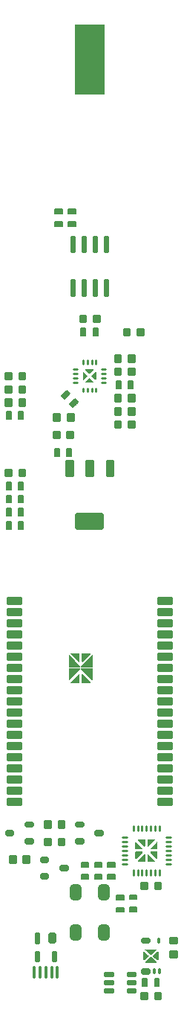
<source format=gbr>
G04 EAGLE Gerber RS-274X export*
G75*
%MOMM*%
%FSLAX34Y34*%
%LPD*%
%INSolderpaste Top*%
%IPPOS*%
%AMOC8*
5,1,8,0,0,1.08239X$1,22.5*%
G01*
%ADD10C,0.164350*%
%ADD11C,0.532541*%
%ADD12C,0.217425*%
%ADD13C,0.225000*%
%ADD14C,0.406547*%
%ADD15C,0.270000*%
%ADD16R,3.500000X8.000000*%
%ADD17C,0.897000*%
%ADD18C,0.233475*%
%ADD19C,0.491275*%
%ADD20C,0.350000*%
%ADD21C,0.330000*%
%ADD22C,0.684134*%
%ADD23C,0.406478*%
%ADD24C,0.476100*%
%ADD25C,0.320000*%
%ADD26R,0.100000X0.100000*%
%ADD27C,0.280000*%
%ADD28C,0.413447*%

G36*
X84507Y373376D02*
X84507Y373376D01*
X84609Y373375D01*
X84620Y373379D01*
X84631Y373379D01*
X84724Y373417D01*
X84820Y373452D01*
X84829Y373460D01*
X84838Y373464D01*
X84871Y373494D01*
X84966Y373570D01*
X96966Y386570D01*
X97007Y386634D01*
X97055Y386694D01*
X97067Y386728D01*
X97087Y386759D01*
X97103Y386834D01*
X97127Y386906D01*
X97126Y386943D01*
X97134Y386978D01*
X97123Y387054D01*
X97121Y387131D01*
X97107Y387164D01*
X97102Y387200D01*
X97065Y387268D01*
X97036Y387338D01*
X97012Y387365D01*
X96994Y387397D01*
X96937Y387448D01*
X96885Y387504D01*
X96853Y387521D01*
X96825Y387545D01*
X96753Y387572D01*
X96685Y387607D01*
X96644Y387613D01*
X96615Y387624D01*
X96569Y387624D01*
X96500Y387634D01*
X84500Y387634D01*
X84435Y387623D01*
X84369Y387621D01*
X84326Y387603D01*
X84279Y387595D01*
X84222Y387561D01*
X84162Y387536D01*
X84127Y387505D01*
X84086Y387480D01*
X84045Y387429D01*
X83996Y387385D01*
X83974Y387343D01*
X83945Y387306D01*
X83924Y387244D01*
X83893Y387185D01*
X83885Y387131D01*
X83873Y387094D01*
X83874Y387054D01*
X83866Y387000D01*
X83866Y374000D01*
X83884Y373900D01*
X83898Y373800D01*
X83904Y373790D01*
X83905Y373779D01*
X83957Y373692D01*
X84006Y373603D01*
X84014Y373595D01*
X84020Y373586D01*
X84098Y373522D01*
X84175Y373455D01*
X84185Y373452D01*
X84194Y373445D01*
X84290Y373412D01*
X84385Y373376D01*
X84396Y373376D01*
X84406Y373373D01*
X84507Y373376D01*
G37*
G36*
X110565Y388377D02*
X110565Y388377D01*
X110631Y388379D01*
X110674Y388397D01*
X110721Y388405D01*
X110778Y388439D01*
X110838Y388464D01*
X110873Y388495D01*
X110914Y388520D01*
X110956Y388571D01*
X111004Y388615D01*
X111026Y388657D01*
X111055Y388694D01*
X111076Y388756D01*
X111107Y388815D01*
X111115Y388869D01*
X111127Y388906D01*
X111126Y388946D01*
X111134Y389000D01*
X111134Y402000D01*
X111116Y402100D01*
X111102Y402200D01*
X111097Y402210D01*
X111095Y402221D01*
X111043Y402308D01*
X110994Y402397D01*
X110986Y402405D01*
X110980Y402414D01*
X110902Y402478D01*
X110825Y402545D01*
X110815Y402549D01*
X110806Y402555D01*
X110710Y402588D01*
X110615Y402624D01*
X110604Y402624D01*
X110594Y402627D01*
X110493Y402624D01*
X110391Y402625D01*
X110380Y402621D01*
X110369Y402621D01*
X110276Y402583D01*
X110180Y402548D01*
X110171Y402540D01*
X110162Y402536D01*
X110129Y402506D01*
X110034Y402430D01*
X98034Y389430D01*
X97993Y389366D01*
X97945Y389306D01*
X97933Y389272D01*
X97913Y389241D01*
X97897Y389166D01*
X97873Y389094D01*
X97874Y389057D01*
X97866Y389022D01*
X97877Y388946D01*
X97879Y388869D01*
X97893Y388836D01*
X97898Y388800D01*
X97935Y388732D01*
X97964Y388662D01*
X97988Y388635D01*
X98006Y388603D01*
X98063Y388552D01*
X98115Y388496D01*
X98147Y388479D01*
X98175Y388455D01*
X98247Y388428D01*
X98315Y388393D01*
X98356Y388387D01*
X98385Y388376D01*
X98431Y388376D01*
X98500Y388366D01*
X110500Y388366D01*
X110565Y388377D01*
G37*
G36*
X110529Y373376D02*
X110529Y373376D01*
X110631Y373379D01*
X110641Y373383D01*
X110652Y373384D01*
X110745Y373426D01*
X110838Y373464D01*
X110847Y373471D01*
X110857Y373476D01*
X110929Y373546D01*
X111004Y373615D01*
X111009Y373625D01*
X111017Y373632D01*
X111060Y373724D01*
X111107Y373815D01*
X111108Y373827D01*
X111113Y373835D01*
X111116Y373880D01*
X111134Y374000D01*
X111134Y387000D01*
X111123Y387065D01*
X111121Y387131D01*
X111103Y387174D01*
X111095Y387221D01*
X111061Y387278D01*
X111036Y387338D01*
X111005Y387373D01*
X110980Y387414D01*
X110929Y387456D01*
X110885Y387504D01*
X110843Y387526D01*
X110806Y387555D01*
X110744Y387576D01*
X110685Y387607D01*
X110631Y387615D01*
X110594Y387627D01*
X110554Y387626D01*
X110500Y387634D01*
X98500Y387634D01*
X98425Y387621D01*
X98348Y387616D01*
X98315Y387601D01*
X98279Y387595D01*
X98213Y387556D01*
X98143Y387525D01*
X98117Y387499D01*
X98086Y387480D01*
X98038Y387421D01*
X97983Y387368D01*
X97968Y387335D01*
X97945Y387306D01*
X97920Y387234D01*
X97887Y387165D01*
X97884Y387128D01*
X97873Y387094D01*
X97875Y387017D01*
X97869Y386941D01*
X97878Y386906D01*
X97879Y386869D01*
X97908Y386799D01*
X97929Y386725D01*
X97952Y386691D01*
X97964Y386662D01*
X97995Y386628D01*
X98034Y386570D01*
X110034Y373570D01*
X110115Y373508D01*
X110194Y373445D01*
X110204Y373441D01*
X110213Y373434D01*
X110310Y373405D01*
X110406Y373373D01*
X110417Y373373D01*
X110428Y373370D01*
X110529Y373376D01*
G37*
G36*
X96575Y388379D02*
X96575Y388379D01*
X96652Y388384D01*
X96685Y388399D01*
X96721Y388405D01*
X96787Y388444D01*
X96857Y388476D01*
X96883Y388501D01*
X96914Y388520D01*
X96962Y388579D01*
X97017Y388632D01*
X97032Y388665D01*
X97055Y388694D01*
X97080Y388766D01*
X97113Y388835D01*
X97116Y388872D01*
X97127Y388906D01*
X97125Y388983D01*
X97132Y389059D01*
X97122Y389094D01*
X97121Y389131D01*
X97092Y389201D01*
X97071Y389275D01*
X97048Y389309D01*
X97036Y389338D01*
X97005Y389372D01*
X96966Y389430D01*
X84966Y402430D01*
X84885Y402492D01*
X84806Y402555D01*
X84796Y402559D01*
X84787Y402566D01*
X84690Y402595D01*
X84594Y402627D01*
X84583Y402627D01*
X84572Y402630D01*
X84471Y402624D01*
X84369Y402621D01*
X84359Y402617D01*
X84348Y402616D01*
X84255Y402574D01*
X84162Y402536D01*
X84153Y402529D01*
X84143Y402525D01*
X84071Y402454D01*
X83996Y402385D01*
X83991Y402375D01*
X83983Y402368D01*
X83940Y402276D01*
X83893Y402185D01*
X83892Y402173D01*
X83887Y402165D01*
X83884Y402120D01*
X83866Y402000D01*
X83866Y389000D01*
X83877Y388935D01*
X83879Y388869D01*
X83897Y388826D01*
X83905Y388779D01*
X83939Y388722D01*
X83964Y388662D01*
X83995Y388627D01*
X84020Y388586D01*
X84071Y388545D01*
X84115Y388496D01*
X84157Y388474D01*
X84194Y388445D01*
X84256Y388424D01*
X84315Y388393D01*
X84369Y388385D01*
X84406Y388373D01*
X84446Y388374D01*
X84500Y388366D01*
X96500Y388366D01*
X96575Y388379D01*
G37*
G36*
X108588Y370382D02*
X108588Y370382D01*
X108676Y370391D01*
X108697Y370401D01*
X108721Y370405D01*
X108798Y370451D01*
X108877Y370490D01*
X108894Y370507D01*
X108914Y370520D01*
X108970Y370589D01*
X109031Y370653D01*
X109040Y370675D01*
X109055Y370694D01*
X109084Y370778D01*
X109119Y370860D01*
X109120Y370884D01*
X109127Y370906D01*
X109125Y370995D01*
X109129Y371084D01*
X109121Y371107D01*
X109121Y371131D01*
X109087Y371213D01*
X109060Y371298D01*
X109044Y371319D01*
X109036Y371338D01*
X109002Y371376D01*
X108948Y371448D01*
X99948Y380448D01*
X99875Y380499D01*
X99806Y380555D01*
X99784Y380563D01*
X99764Y380577D01*
X99678Y380599D01*
X99594Y380627D01*
X99570Y380627D01*
X99547Y380633D01*
X99458Y380623D01*
X99369Y380621D01*
X99347Y380612D01*
X99324Y380609D01*
X99244Y380570D01*
X99162Y380536D01*
X99144Y380520D01*
X99123Y380510D01*
X99062Y380445D01*
X98996Y380385D01*
X98985Y380364D01*
X98969Y380347D01*
X98934Y380265D01*
X98893Y380185D01*
X98890Y380159D01*
X98881Y380140D01*
X98879Y380090D01*
X98866Y380000D01*
X98866Y371000D01*
X98877Y370935D01*
X98879Y370869D01*
X98897Y370826D01*
X98905Y370779D01*
X98939Y370722D01*
X98964Y370662D01*
X98995Y370627D01*
X99020Y370586D01*
X99071Y370545D01*
X99115Y370496D01*
X99157Y370474D01*
X99194Y370445D01*
X99256Y370424D01*
X99315Y370393D01*
X99369Y370385D01*
X99406Y370373D01*
X99446Y370374D01*
X99500Y370366D01*
X108500Y370366D01*
X108588Y370382D01*
G37*
G36*
X95565Y370377D02*
X95565Y370377D01*
X95631Y370379D01*
X95674Y370397D01*
X95721Y370405D01*
X95778Y370439D01*
X95838Y370464D01*
X95873Y370495D01*
X95914Y370520D01*
X95956Y370571D01*
X96004Y370615D01*
X96026Y370657D01*
X96055Y370694D01*
X96076Y370756D01*
X96107Y370815D01*
X96115Y370869D01*
X96127Y370906D01*
X96126Y370946D01*
X96134Y371000D01*
X96134Y380000D01*
X96118Y380088D01*
X96109Y380176D01*
X96099Y380197D01*
X96095Y380221D01*
X96049Y380298D01*
X96010Y380377D01*
X95993Y380394D01*
X95980Y380414D01*
X95911Y380470D01*
X95847Y380531D01*
X95825Y380540D01*
X95806Y380555D01*
X95722Y380584D01*
X95640Y380619D01*
X95616Y380620D01*
X95594Y380627D01*
X95505Y380625D01*
X95416Y380629D01*
X95393Y380621D01*
X95369Y380621D01*
X95287Y380587D01*
X95202Y380560D01*
X95181Y380544D01*
X95162Y380536D01*
X95124Y380502D01*
X95052Y380448D01*
X86052Y371448D01*
X86001Y371375D01*
X85945Y371306D01*
X85937Y371284D01*
X85923Y371264D01*
X85901Y371178D01*
X85873Y371094D01*
X85873Y371070D01*
X85868Y371047D01*
X85877Y370958D01*
X85879Y370869D01*
X85888Y370847D01*
X85891Y370824D01*
X85930Y370744D01*
X85964Y370662D01*
X85980Y370644D01*
X85990Y370623D01*
X86055Y370562D01*
X86115Y370496D01*
X86136Y370485D01*
X86153Y370469D01*
X86235Y370434D01*
X86315Y370393D01*
X86341Y370390D01*
X86360Y370381D01*
X86410Y370379D01*
X86500Y370366D01*
X95500Y370366D01*
X95565Y370377D01*
G37*
G36*
X95542Y394377D02*
X95542Y394377D01*
X95631Y394379D01*
X95653Y394388D01*
X95676Y394391D01*
X95756Y394430D01*
X95838Y394464D01*
X95856Y394480D01*
X95877Y394490D01*
X95938Y394555D01*
X96004Y394615D01*
X96015Y394636D01*
X96031Y394653D01*
X96066Y394735D01*
X96107Y394815D01*
X96110Y394841D01*
X96119Y394860D01*
X96121Y394910D01*
X96134Y395000D01*
X96134Y404000D01*
X96123Y404065D01*
X96121Y404131D01*
X96103Y404174D01*
X96095Y404221D01*
X96061Y404278D01*
X96036Y404338D01*
X96005Y404373D01*
X95980Y404414D01*
X95929Y404456D01*
X95885Y404504D01*
X95843Y404526D01*
X95806Y404555D01*
X95744Y404576D01*
X95685Y404607D01*
X95631Y404615D01*
X95594Y404627D01*
X95554Y404626D01*
X95500Y404634D01*
X86500Y404634D01*
X86412Y404618D01*
X86324Y404609D01*
X86303Y404599D01*
X86279Y404595D01*
X86202Y404549D01*
X86123Y404510D01*
X86106Y404493D01*
X86086Y404480D01*
X86030Y404411D01*
X85969Y404347D01*
X85960Y404325D01*
X85945Y404306D01*
X85916Y404222D01*
X85881Y404140D01*
X85880Y404116D01*
X85873Y404094D01*
X85875Y404005D01*
X85871Y403916D01*
X85879Y403893D01*
X85879Y403869D01*
X85913Y403787D01*
X85940Y403702D01*
X85956Y403681D01*
X85964Y403662D01*
X85998Y403624D01*
X86052Y403552D01*
X95052Y394552D01*
X95125Y394501D01*
X95194Y394445D01*
X95216Y394437D01*
X95236Y394423D01*
X95322Y394401D01*
X95406Y394373D01*
X95430Y394373D01*
X95453Y394368D01*
X95542Y394377D01*
G37*
G36*
X99607Y394379D02*
X99607Y394379D01*
X99631Y394379D01*
X99713Y394413D01*
X99798Y394440D01*
X99819Y394456D01*
X99838Y394464D01*
X99876Y394498D01*
X99948Y394552D01*
X108948Y403552D01*
X108999Y403625D01*
X109055Y403694D01*
X109063Y403716D01*
X109077Y403736D01*
X109099Y403822D01*
X109127Y403906D01*
X109127Y403930D01*
X109133Y403953D01*
X109123Y404042D01*
X109121Y404131D01*
X109112Y404153D01*
X109109Y404176D01*
X109070Y404256D01*
X109036Y404338D01*
X109020Y404356D01*
X109010Y404377D01*
X108945Y404438D01*
X108885Y404504D01*
X108864Y404515D01*
X108847Y404531D01*
X108765Y404566D01*
X108685Y404607D01*
X108659Y404610D01*
X108640Y404619D01*
X108590Y404621D01*
X108500Y404634D01*
X99500Y404634D01*
X99435Y404623D01*
X99369Y404621D01*
X99326Y404603D01*
X99279Y404595D01*
X99222Y404561D01*
X99162Y404536D01*
X99127Y404505D01*
X99086Y404480D01*
X99045Y404429D01*
X98996Y404385D01*
X98974Y404343D01*
X98945Y404306D01*
X98924Y404244D01*
X98893Y404185D01*
X98885Y404131D01*
X98873Y404094D01*
X98874Y404054D01*
X98866Y404000D01*
X98866Y395000D01*
X98882Y394912D01*
X98891Y394824D01*
X98901Y394803D01*
X98905Y394779D01*
X98951Y394702D01*
X98990Y394623D01*
X99007Y394606D01*
X99020Y394586D01*
X99089Y394530D01*
X99153Y394469D01*
X99175Y394460D01*
X99194Y394445D01*
X99278Y394416D01*
X99360Y394381D01*
X99384Y394380D01*
X99406Y394373D01*
X99495Y394375D01*
X99584Y394371D01*
X99607Y394379D01*
G37*
G36*
X183505Y52367D02*
X183505Y52367D01*
X183510Y52366D01*
X183615Y52387D01*
X183721Y52405D01*
X183725Y52408D01*
X183731Y52409D01*
X183823Y52466D01*
X183914Y52520D01*
X183917Y52524D01*
X183922Y52526D01*
X183988Y52611D01*
X184055Y52694D01*
X184057Y52699D01*
X184060Y52703D01*
X184093Y52805D01*
X184127Y52906D01*
X184127Y52912D01*
X184129Y52917D01*
X184124Y53024D01*
X184121Y53131D01*
X184119Y53135D01*
X184118Y53141D01*
X184076Y53240D01*
X184036Y53338D01*
X184033Y53342D01*
X184031Y53347D01*
X183906Y53487D01*
X177906Y58487D01*
X177899Y58491D01*
X177893Y58498D01*
X177802Y58547D01*
X177711Y58598D01*
X177703Y58599D01*
X177695Y58603D01*
X177592Y58618D01*
X177490Y58634D01*
X177481Y58633D01*
X177473Y58634D01*
X177371Y58611D01*
X177269Y58591D01*
X177262Y58586D01*
X177254Y58585D01*
X177094Y58487D01*
X171094Y53487D01*
X171091Y53483D01*
X171086Y53480D01*
X171019Y53397D01*
X170950Y53315D01*
X170948Y53310D01*
X170945Y53306D01*
X170910Y53205D01*
X170874Y53104D01*
X170874Y53099D01*
X170873Y53094D01*
X170876Y52988D01*
X170877Y52880D01*
X170879Y52875D01*
X170879Y52869D01*
X170919Y52772D01*
X170958Y52670D01*
X170962Y52666D01*
X170964Y52662D01*
X171035Y52583D01*
X171107Y52502D01*
X171111Y52500D01*
X171115Y52496D01*
X171211Y52447D01*
X171305Y52397D01*
X171310Y52396D01*
X171315Y52393D01*
X171500Y52366D01*
X183500Y52366D01*
X183505Y52367D01*
G37*
G36*
X177519Y61367D02*
X177519Y61367D01*
X177527Y61366D01*
X177629Y61389D01*
X177731Y61409D01*
X177738Y61414D01*
X177746Y61415D01*
X177906Y61513D01*
X183906Y66513D01*
X183909Y66517D01*
X183914Y66520D01*
X183981Y66603D01*
X184050Y66685D01*
X184052Y66690D01*
X184055Y66694D01*
X184090Y66795D01*
X184126Y66896D01*
X184126Y66901D01*
X184127Y66906D01*
X184124Y67012D01*
X184123Y67120D01*
X184121Y67125D01*
X184121Y67131D01*
X184081Y67228D01*
X184042Y67330D01*
X184038Y67334D01*
X184036Y67338D01*
X183965Y67417D01*
X183893Y67498D01*
X183889Y67500D01*
X183885Y67504D01*
X183789Y67553D01*
X183695Y67603D01*
X183690Y67604D01*
X183685Y67607D01*
X183500Y67634D01*
X171500Y67634D01*
X171495Y67633D01*
X171490Y67634D01*
X171385Y67614D01*
X171279Y67595D01*
X171275Y67592D01*
X171269Y67591D01*
X171177Y67535D01*
X171086Y67480D01*
X171083Y67476D01*
X171078Y67474D01*
X171012Y67389D01*
X170945Y67306D01*
X170943Y67301D01*
X170940Y67297D01*
X170907Y67195D01*
X170873Y67094D01*
X170873Y67088D01*
X170871Y67083D01*
X170876Y66976D01*
X170879Y66869D01*
X170881Y66865D01*
X170882Y66859D01*
X170924Y66760D01*
X170964Y66662D01*
X170967Y66658D01*
X170969Y66653D01*
X171094Y66513D01*
X177094Y61513D01*
X177101Y61509D01*
X177107Y61502D01*
X177198Y61453D01*
X177289Y61402D01*
X177297Y61401D01*
X177305Y61397D01*
X177408Y61383D01*
X177510Y61366D01*
X177519Y61367D01*
G37*
G36*
X185510Y55011D02*
X185510Y55011D01*
X185628Y55009D01*
X185650Y55015D01*
X185674Y55016D01*
X185786Y55053D01*
X185900Y55084D01*
X185920Y55096D01*
X185942Y55104D01*
X186039Y55170D01*
X186140Y55232D01*
X186155Y55250D01*
X186175Y55263D01*
X186250Y55354D01*
X186329Y55442D01*
X186339Y55463D01*
X186354Y55481D01*
X186400Y55589D01*
X186452Y55695D01*
X186455Y55717D01*
X186465Y55740D01*
X186487Y55922D01*
X186499Y56000D01*
X186499Y64000D01*
X186490Y64063D01*
X186491Y64122D01*
X186477Y64171D01*
X186471Y64234D01*
X186463Y64256D01*
X186459Y64279D01*
X186429Y64347D01*
X186416Y64394D01*
X186394Y64429D01*
X186367Y64496D01*
X186353Y64515D01*
X186343Y64536D01*
X186288Y64600D01*
X186268Y64634D01*
X186243Y64656D01*
X186194Y64719D01*
X186175Y64733D01*
X186160Y64750D01*
X186082Y64801D01*
X186058Y64823D01*
X186035Y64834D01*
X185965Y64884D01*
X185943Y64892D01*
X185924Y64905D01*
X185829Y64934D01*
X185805Y64946D01*
X185785Y64949D01*
X185700Y64979D01*
X185676Y64980D01*
X185654Y64987D01*
X185536Y64989D01*
X185523Y64990D01*
X185500Y64993D01*
X185493Y64993D01*
X185484Y64992D01*
X185418Y64996D01*
X185396Y64991D01*
X185372Y64991D01*
X185261Y64960D01*
X185213Y64953D01*
X185195Y64945D01*
X185143Y64933D01*
X185124Y64922D01*
X185100Y64916D01*
X185019Y64865D01*
X184956Y64837D01*
X184918Y64805D01*
X184876Y64780D01*
X179876Y60780D01*
X179853Y60756D01*
X179825Y60737D01*
X179774Y60674D01*
X179753Y60657D01*
X179739Y60634D01*
X179683Y60575D01*
X179668Y60545D01*
X179646Y60519D01*
X179614Y60444D01*
X179599Y60421D01*
X179591Y60395D01*
X179555Y60324D01*
X179548Y60291D01*
X179535Y60260D01*
X179525Y60181D01*
X179516Y60151D01*
X179516Y60121D01*
X179502Y60046D01*
X179505Y60013D01*
X179501Y59980D01*
X179513Y59905D01*
X179513Y59869D01*
X179522Y59836D01*
X179529Y59766D01*
X179541Y59735D01*
X179546Y59702D01*
X179577Y59638D01*
X179588Y59597D01*
X179609Y59563D01*
X179633Y59504D01*
X179653Y59477D01*
X179668Y59447D01*
X179708Y59403D01*
X179736Y59357D01*
X179772Y59325D01*
X179806Y59281D01*
X179846Y59252D01*
X179876Y59220D01*
X184876Y55220D01*
X184977Y55160D01*
X185076Y55095D01*
X185099Y55088D01*
X185119Y55076D01*
X185233Y55047D01*
X185346Y55013D01*
X185369Y55012D01*
X185392Y55007D01*
X185510Y55011D01*
G37*
G36*
X169605Y55009D02*
X169605Y55009D01*
X169628Y55009D01*
X169742Y55040D01*
X169857Y55067D01*
X169876Y55078D01*
X169900Y55084D01*
X170056Y55181D01*
X170124Y55220D01*
X175124Y59220D01*
X175147Y59244D01*
X175175Y59263D01*
X175210Y59306D01*
X175247Y59337D01*
X175274Y59379D01*
X175317Y59425D01*
X175333Y59455D01*
X175354Y59481D01*
X175379Y59539D01*
X175401Y59573D01*
X175414Y59614D01*
X175445Y59677D01*
X175452Y59709D01*
X175465Y59740D01*
X175473Y59809D01*
X175484Y59843D01*
X175484Y59879D01*
X175498Y59954D01*
X175495Y59987D01*
X175499Y60020D01*
X175487Y60095D01*
X175487Y60125D01*
X175479Y60155D01*
X175471Y60234D01*
X175459Y60265D01*
X175454Y60298D01*
X175419Y60370D01*
X175412Y60397D01*
X175397Y60421D01*
X175367Y60496D01*
X175347Y60523D01*
X175332Y60553D01*
X175281Y60609D01*
X175264Y60637D01*
X175244Y60655D01*
X175194Y60719D01*
X175154Y60748D01*
X175124Y60780D01*
X170124Y64780D01*
X170091Y64800D01*
X170066Y64823D01*
X170003Y64853D01*
X169924Y64905D01*
X169901Y64912D01*
X169881Y64924D01*
X169831Y64936D01*
X169812Y64946D01*
X169768Y64953D01*
X169767Y64953D01*
X169654Y64987D01*
X169631Y64988D01*
X169608Y64993D01*
X169524Y64991D01*
X169508Y64993D01*
X169500Y64993D01*
X169475Y64990D01*
X169372Y64991D01*
X169350Y64985D01*
X169326Y64984D01*
X169242Y64956D01*
X169221Y64953D01*
X169196Y64942D01*
X169100Y64916D01*
X169080Y64904D01*
X169058Y64896D01*
X168987Y64848D01*
X168964Y64837D01*
X168940Y64817D01*
X168860Y64768D01*
X168845Y64750D01*
X168825Y64737D01*
X168774Y64675D01*
X168750Y64654D01*
X168729Y64622D01*
X168671Y64558D01*
X168661Y64537D01*
X168646Y64519D01*
X168617Y64452D01*
X168595Y64418D01*
X168581Y64373D01*
X168548Y64305D01*
X168545Y64283D01*
X168535Y64260D01*
X168527Y64196D01*
X168513Y64148D01*
X168512Y64070D01*
X168501Y64000D01*
X168501Y56000D01*
X168517Y55883D01*
X168529Y55766D01*
X168537Y55744D01*
X168541Y55721D01*
X168589Y55613D01*
X168633Y55504D01*
X168647Y55485D01*
X168657Y55464D01*
X168733Y55374D01*
X168806Y55281D01*
X168825Y55267D01*
X168840Y55250D01*
X168939Y55185D01*
X169035Y55116D01*
X169057Y55108D01*
X169076Y55095D01*
X169189Y55061D01*
X169300Y55021D01*
X169324Y55020D01*
X169346Y55013D01*
X169464Y55011D01*
X169582Y55004D01*
X169605Y55009D01*
G37*
G36*
X167588Y181382D02*
X167588Y181382D01*
X167676Y181391D01*
X167697Y181401D01*
X167721Y181405D01*
X167798Y181451D01*
X167877Y181490D01*
X167894Y181507D01*
X167914Y181520D01*
X167970Y181589D01*
X168031Y181653D01*
X168040Y181675D01*
X168055Y181694D01*
X168084Y181778D01*
X168119Y181860D01*
X168120Y181884D01*
X168127Y181906D01*
X168125Y181995D01*
X168129Y182084D01*
X168121Y182107D01*
X168121Y182131D01*
X168087Y182213D01*
X168060Y182298D01*
X168044Y182319D01*
X168036Y182338D01*
X168002Y182376D01*
X167948Y182448D01*
X160948Y189448D01*
X160919Y189469D01*
X160908Y189481D01*
X160884Y189493D01*
X160875Y189499D01*
X160806Y189555D01*
X160784Y189563D01*
X160764Y189577D01*
X160678Y189599D01*
X160594Y189627D01*
X160570Y189627D01*
X160547Y189633D01*
X160458Y189623D01*
X160369Y189621D01*
X160347Y189612D01*
X160324Y189609D01*
X160244Y189570D01*
X160162Y189536D01*
X160144Y189520D01*
X160123Y189510D01*
X160062Y189445D01*
X159996Y189385D01*
X159985Y189364D01*
X159969Y189347D01*
X159934Y189265D01*
X159893Y189185D01*
X159890Y189159D01*
X159881Y189140D01*
X159879Y189090D01*
X159879Y189089D01*
X159873Y189070D01*
X159873Y189051D01*
X159866Y189000D01*
X159866Y182000D01*
X159877Y181935D01*
X159879Y181869D01*
X159897Y181826D01*
X159905Y181779D01*
X159939Y181722D01*
X159964Y181662D01*
X159995Y181627D01*
X160020Y181586D01*
X160071Y181545D01*
X160115Y181496D01*
X160157Y181474D01*
X160194Y181445D01*
X160256Y181424D01*
X160315Y181393D01*
X160369Y181385D01*
X160406Y181373D01*
X160446Y181374D01*
X160500Y181366D01*
X167500Y181366D01*
X167588Y181382D01*
G37*
G36*
X181588Y167382D02*
X181588Y167382D01*
X181676Y167391D01*
X181697Y167401D01*
X181721Y167405D01*
X181798Y167451D01*
X181877Y167490D01*
X181894Y167507D01*
X181914Y167520D01*
X181970Y167589D01*
X182031Y167653D01*
X182040Y167675D01*
X182055Y167694D01*
X182084Y167778D01*
X182119Y167860D01*
X182120Y167884D01*
X182127Y167906D01*
X182125Y167995D01*
X182129Y168084D01*
X182121Y168107D01*
X182121Y168131D01*
X182087Y168213D01*
X182060Y168298D01*
X182044Y168319D01*
X182036Y168338D01*
X182002Y168376D01*
X181948Y168448D01*
X174948Y175448D01*
X174919Y175469D01*
X174908Y175481D01*
X174884Y175493D01*
X174875Y175499D01*
X174806Y175555D01*
X174784Y175563D01*
X174764Y175577D01*
X174678Y175599D01*
X174594Y175627D01*
X174570Y175627D01*
X174547Y175633D01*
X174458Y175623D01*
X174369Y175621D01*
X174347Y175612D01*
X174324Y175609D01*
X174244Y175570D01*
X174162Y175536D01*
X174144Y175520D01*
X174123Y175510D01*
X174062Y175445D01*
X173996Y175385D01*
X173985Y175364D01*
X173969Y175347D01*
X173934Y175265D01*
X173893Y175185D01*
X173890Y175159D01*
X173881Y175140D01*
X173879Y175090D01*
X173879Y175089D01*
X173873Y175070D01*
X173873Y175051D01*
X173866Y175000D01*
X173866Y168000D01*
X173877Y167935D01*
X173879Y167869D01*
X173897Y167826D01*
X173905Y167779D01*
X173939Y167722D01*
X173964Y167662D01*
X173995Y167627D01*
X174020Y167586D01*
X174071Y167545D01*
X174115Y167496D01*
X174157Y167474D01*
X174194Y167445D01*
X174256Y167424D01*
X174315Y167393D01*
X174369Y167385D01*
X174406Y167373D01*
X174446Y167374D01*
X174500Y167366D01*
X181500Y167366D01*
X181588Y167382D01*
G37*
G36*
X170565Y167377D02*
X170565Y167377D01*
X170631Y167379D01*
X170674Y167397D01*
X170721Y167405D01*
X170778Y167439D01*
X170838Y167464D01*
X170873Y167495D01*
X170914Y167520D01*
X170956Y167571D01*
X171004Y167615D01*
X171026Y167657D01*
X171055Y167694D01*
X171076Y167756D01*
X171107Y167815D01*
X171115Y167869D01*
X171127Y167906D01*
X171126Y167946D01*
X171134Y168000D01*
X171134Y175000D01*
X171122Y175069D01*
X171121Y175107D01*
X171115Y175121D01*
X171109Y175176D01*
X171099Y175197D01*
X171095Y175221D01*
X171049Y175298D01*
X171010Y175377D01*
X170993Y175394D01*
X170980Y175414D01*
X170911Y175470D01*
X170847Y175531D01*
X170825Y175540D01*
X170806Y175555D01*
X170722Y175584D01*
X170640Y175619D01*
X170616Y175620D01*
X170594Y175627D01*
X170505Y175625D01*
X170416Y175629D01*
X170393Y175621D01*
X170369Y175621D01*
X170287Y175587D01*
X170202Y175560D01*
X170181Y175544D01*
X170162Y175536D01*
X170124Y175502D01*
X170066Y175459D01*
X170063Y175457D01*
X170062Y175456D01*
X170052Y175448D01*
X163052Y168448D01*
X163001Y168375D01*
X162945Y168306D01*
X162937Y168284D01*
X162923Y168264D01*
X162901Y168178D01*
X162873Y168094D01*
X162873Y168070D01*
X162868Y168047D01*
X162877Y167958D01*
X162879Y167869D01*
X162888Y167847D01*
X162891Y167824D01*
X162930Y167744D01*
X162964Y167662D01*
X162980Y167644D01*
X162990Y167623D01*
X163055Y167562D01*
X163115Y167496D01*
X163136Y167485D01*
X163153Y167469D01*
X163235Y167434D01*
X163315Y167393D01*
X163341Y167390D01*
X163360Y167381D01*
X163410Y167379D01*
X163500Y167366D01*
X170500Y167366D01*
X170565Y167377D01*
G37*
G36*
X184565Y181377D02*
X184565Y181377D01*
X184631Y181379D01*
X184674Y181397D01*
X184721Y181405D01*
X184778Y181439D01*
X184838Y181464D01*
X184873Y181495D01*
X184914Y181520D01*
X184956Y181571D01*
X185004Y181615D01*
X185026Y181657D01*
X185055Y181694D01*
X185076Y181756D01*
X185107Y181815D01*
X185115Y181869D01*
X185127Y181906D01*
X185126Y181946D01*
X185134Y182000D01*
X185134Y189000D01*
X185122Y189069D01*
X185121Y189107D01*
X185115Y189121D01*
X185109Y189176D01*
X185099Y189197D01*
X185095Y189221D01*
X185049Y189298D01*
X185010Y189377D01*
X184993Y189394D01*
X184980Y189414D01*
X184911Y189470D01*
X184847Y189531D01*
X184825Y189540D01*
X184806Y189555D01*
X184722Y189584D01*
X184640Y189619D01*
X184616Y189620D01*
X184594Y189627D01*
X184505Y189625D01*
X184416Y189629D01*
X184393Y189621D01*
X184369Y189621D01*
X184287Y189587D01*
X184202Y189560D01*
X184181Y189544D01*
X184162Y189536D01*
X184124Y189502D01*
X184066Y189459D01*
X184063Y189457D01*
X184062Y189456D01*
X184052Y189448D01*
X177052Y182448D01*
X177001Y182375D01*
X176945Y182306D01*
X176937Y182284D01*
X176923Y182264D01*
X176901Y182178D01*
X176873Y182094D01*
X176873Y182070D01*
X176868Y182047D01*
X176877Y181958D01*
X176879Y181869D01*
X176888Y181847D01*
X176891Y181824D01*
X176930Y181744D01*
X176964Y181662D01*
X176980Y181644D01*
X176990Y181623D01*
X177055Y181562D01*
X177115Y181496D01*
X177136Y181485D01*
X177153Y181469D01*
X177235Y181434D01*
X177315Y181393D01*
X177341Y181390D01*
X177360Y181381D01*
X177410Y181379D01*
X177500Y181366D01*
X184500Y181366D01*
X184565Y181377D01*
G37*
G36*
X174607Y184379D02*
X174607Y184379D01*
X174631Y184379D01*
X174713Y184413D01*
X174798Y184440D01*
X174819Y184456D01*
X174838Y184464D01*
X174876Y184498D01*
X174948Y184552D01*
X181948Y191552D01*
X181999Y191625D01*
X182055Y191694D01*
X182063Y191716D01*
X182077Y191736D01*
X182099Y191822D01*
X182127Y191906D01*
X182127Y191930D01*
X182133Y191953D01*
X182123Y192042D01*
X182121Y192131D01*
X182112Y192153D01*
X182109Y192176D01*
X182070Y192256D01*
X182036Y192338D01*
X182020Y192356D01*
X182010Y192377D01*
X181945Y192438D01*
X181885Y192504D01*
X181864Y192515D01*
X181847Y192531D01*
X181765Y192566D01*
X181685Y192607D01*
X181659Y192610D01*
X181640Y192619D01*
X181590Y192621D01*
X181500Y192634D01*
X174500Y192634D01*
X174435Y192623D01*
X174369Y192621D01*
X174326Y192603D01*
X174279Y192595D01*
X174222Y192561D01*
X174162Y192536D01*
X174127Y192505D01*
X174086Y192480D01*
X174045Y192429D01*
X173996Y192385D01*
X173974Y192343D01*
X173945Y192306D01*
X173924Y192244D01*
X173893Y192185D01*
X173885Y192131D01*
X173873Y192094D01*
X173873Y192072D01*
X173873Y192070D01*
X173873Y192051D01*
X173866Y192000D01*
X173866Y185000D01*
X173882Y184912D01*
X173891Y184824D01*
X173901Y184803D01*
X173905Y184779D01*
X173951Y184702D01*
X173990Y184623D01*
X174007Y184606D01*
X174020Y184586D01*
X174089Y184530D01*
X174153Y184469D01*
X174175Y184460D01*
X174194Y184445D01*
X174278Y184416D01*
X174360Y184381D01*
X174384Y184380D01*
X174406Y184373D01*
X174495Y184375D01*
X174584Y184371D01*
X174607Y184379D01*
G37*
G36*
X160607Y170379D02*
X160607Y170379D01*
X160631Y170379D01*
X160713Y170413D01*
X160798Y170440D01*
X160819Y170456D01*
X160838Y170464D01*
X160876Y170498D01*
X160948Y170552D01*
X167948Y177552D01*
X167999Y177625D01*
X168055Y177694D01*
X168063Y177716D01*
X168077Y177736D01*
X168099Y177822D01*
X168127Y177906D01*
X168127Y177930D01*
X168133Y177953D01*
X168123Y178042D01*
X168121Y178131D01*
X168112Y178153D01*
X168109Y178176D01*
X168070Y178256D01*
X168036Y178338D01*
X168020Y178356D01*
X168010Y178377D01*
X167945Y178438D01*
X167885Y178504D01*
X167864Y178515D01*
X167847Y178531D01*
X167765Y178566D01*
X167685Y178607D01*
X167659Y178610D01*
X167640Y178619D01*
X167590Y178621D01*
X167500Y178634D01*
X160500Y178634D01*
X160435Y178623D01*
X160369Y178621D01*
X160326Y178603D01*
X160279Y178595D01*
X160222Y178561D01*
X160162Y178536D01*
X160127Y178505D01*
X160086Y178480D01*
X160045Y178429D01*
X159996Y178385D01*
X159974Y178343D01*
X159945Y178306D01*
X159924Y178244D01*
X159893Y178185D01*
X159885Y178131D01*
X159873Y178094D01*
X159873Y178072D01*
X159873Y178070D01*
X159873Y178051D01*
X159866Y178000D01*
X159866Y171000D01*
X159882Y170912D01*
X159891Y170824D01*
X159901Y170803D01*
X159905Y170779D01*
X159951Y170702D01*
X159990Y170623D01*
X160007Y170606D01*
X160020Y170586D01*
X160089Y170530D01*
X160153Y170469D01*
X160175Y170460D01*
X160194Y170445D01*
X160278Y170416D01*
X160360Y170381D01*
X160384Y170380D01*
X160406Y170373D01*
X160495Y170375D01*
X160584Y170371D01*
X160607Y170379D01*
G37*
G36*
X170542Y184377D02*
X170542Y184377D01*
X170631Y184379D01*
X170653Y184388D01*
X170676Y184391D01*
X170756Y184430D01*
X170838Y184464D01*
X170856Y184480D01*
X170877Y184490D01*
X170938Y184555D01*
X171004Y184615D01*
X171015Y184636D01*
X171031Y184653D01*
X171066Y184735D01*
X171107Y184815D01*
X171110Y184841D01*
X171119Y184860D01*
X171121Y184910D01*
X171134Y185000D01*
X171134Y192000D01*
X171123Y192065D01*
X171121Y192131D01*
X171103Y192174D01*
X171095Y192221D01*
X171061Y192278D01*
X171036Y192338D01*
X171005Y192373D01*
X170980Y192414D01*
X170929Y192456D01*
X170885Y192504D01*
X170843Y192526D01*
X170806Y192555D01*
X170744Y192576D01*
X170685Y192607D01*
X170631Y192615D01*
X170594Y192627D01*
X170554Y192626D01*
X170500Y192634D01*
X163500Y192634D01*
X163412Y192618D01*
X163324Y192609D01*
X163303Y192599D01*
X163279Y192595D01*
X163202Y192549D01*
X163123Y192510D01*
X163106Y192493D01*
X163086Y192480D01*
X163030Y192411D01*
X162969Y192347D01*
X162960Y192325D01*
X162945Y192306D01*
X162916Y192222D01*
X162881Y192140D01*
X162880Y192116D01*
X162873Y192094D01*
X162875Y192005D01*
X162871Y191916D01*
X162879Y191893D01*
X162879Y191869D01*
X162913Y191787D01*
X162940Y191702D01*
X162956Y191681D01*
X162964Y191662D01*
X162998Y191624D01*
X163052Y191552D01*
X170052Y184552D01*
X170125Y184501D01*
X170194Y184445D01*
X170216Y184437D01*
X170236Y184423D01*
X170322Y184401D01*
X170406Y184373D01*
X170430Y184373D01*
X170453Y184368D01*
X170542Y184377D01*
G37*
G36*
X184542Y170377D02*
X184542Y170377D01*
X184631Y170379D01*
X184653Y170388D01*
X184676Y170391D01*
X184756Y170430D01*
X184838Y170464D01*
X184856Y170480D01*
X184877Y170490D01*
X184938Y170555D01*
X185004Y170615D01*
X185015Y170636D01*
X185031Y170653D01*
X185066Y170735D01*
X185107Y170815D01*
X185110Y170841D01*
X185119Y170860D01*
X185121Y170910D01*
X185134Y171000D01*
X185134Y178000D01*
X185123Y178065D01*
X185121Y178131D01*
X185103Y178174D01*
X185095Y178221D01*
X185061Y178278D01*
X185036Y178338D01*
X185005Y178373D01*
X184980Y178414D01*
X184929Y178456D01*
X184885Y178504D01*
X184843Y178526D01*
X184806Y178555D01*
X184744Y178576D01*
X184685Y178607D01*
X184631Y178615D01*
X184594Y178627D01*
X184554Y178626D01*
X184500Y178634D01*
X177500Y178634D01*
X177412Y178618D01*
X177324Y178609D01*
X177303Y178599D01*
X177279Y178595D01*
X177202Y178549D01*
X177123Y178510D01*
X177106Y178493D01*
X177086Y178480D01*
X177030Y178411D01*
X176969Y178347D01*
X176960Y178325D01*
X176945Y178306D01*
X176916Y178222D01*
X176881Y178140D01*
X176880Y178116D01*
X176873Y178094D01*
X176875Y178005D01*
X176871Y177916D01*
X176879Y177893D01*
X176879Y177869D01*
X176913Y177787D01*
X176940Y177702D01*
X176956Y177681D01*
X176964Y177662D01*
X176998Y177624D01*
X177052Y177552D01*
X184052Y170552D01*
X184125Y170501D01*
X184194Y170445D01*
X184216Y170437D01*
X184236Y170423D01*
X184322Y170401D01*
X184406Y170373D01*
X184430Y170373D01*
X184453Y170368D01*
X184542Y170377D01*
G37*
G36*
X111588Y712382D02*
X111588Y712382D01*
X111676Y712391D01*
X111697Y712401D01*
X111721Y712405D01*
X111798Y712451D01*
X111877Y712490D01*
X111894Y712507D01*
X111914Y712520D01*
X111970Y712589D01*
X112031Y712653D01*
X112040Y712675D01*
X112055Y712694D01*
X112084Y712778D01*
X112119Y712860D01*
X112120Y712884D01*
X112127Y712906D01*
X112125Y712995D01*
X112129Y713084D01*
X112121Y713107D01*
X112121Y713131D01*
X112087Y713213D01*
X112060Y713298D01*
X112044Y713319D01*
X112036Y713338D01*
X112002Y713376D01*
X111948Y713448D01*
X107948Y717448D01*
X107895Y717486D01*
X107847Y717531D01*
X107803Y717550D01*
X107764Y717577D01*
X107701Y717593D01*
X107640Y717619D01*
X107593Y717621D01*
X107547Y717633D01*
X107482Y717626D01*
X107416Y717629D01*
X107371Y717614D01*
X107324Y717609D01*
X107265Y717580D01*
X107202Y717560D01*
X107158Y717527D01*
X107123Y717510D01*
X107096Y717481D01*
X107052Y717448D01*
X103052Y713448D01*
X103001Y713375D01*
X102945Y713306D01*
X102937Y713284D01*
X102923Y713264D01*
X102901Y713178D01*
X102873Y713094D01*
X102873Y713070D01*
X102868Y713047D01*
X102877Y712958D01*
X102879Y712869D01*
X102888Y712847D01*
X102891Y712824D01*
X102930Y712744D01*
X102964Y712662D01*
X102980Y712644D01*
X102990Y712623D01*
X103055Y712562D01*
X103115Y712496D01*
X103136Y712485D01*
X103153Y712469D01*
X103235Y712434D01*
X103315Y712393D01*
X103341Y712390D01*
X103360Y712381D01*
X103410Y712379D01*
X103500Y712366D01*
X111500Y712366D01*
X111588Y712382D01*
G37*
G36*
X114542Y715377D02*
X114542Y715377D01*
X114631Y715379D01*
X114653Y715388D01*
X114676Y715391D01*
X114756Y715430D01*
X114838Y715464D01*
X114856Y715480D01*
X114877Y715490D01*
X114938Y715555D01*
X115004Y715615D01*
X115015Y715636D01*
X115031Y715653D01*
X115066Y715735D01*
X115107Y715815D01*
X115110Y715841D01*
X115119Y715860D01*
X115121Y715910D01*
X115134Y716000D01*
X115134Y724000D01*
X115118Y724088D01*
X115109Y724176D01*
X115099Y724197D01*
X115095Y724221D01*
X115049Y724298D01*
X115010Y724377D01*
X114993Y724394D01*
X114980Y724414D01*
X114911Y724470D01*
X114847Y724531D01*
X114825Y724540D01*
X114806Y724555D01*
X114722Y724584D01*
X114640Y724619D01*
X114616Y724620D01*
X114594Y724627D01*
X114505Y724625D01*
X114416Y724629D01*
X114393Y724621D01*
X114369Y724621D01*
X114287Y724587D01*
X114202Y724560D01*
X114181Y724544D01*
X114162Y724536D01*
X114124Y724502D01*
X114052Y724448D01*
X110052Y720448D01*
X110014Y720395D01*
X109969Y720347D01*
X109950Y720303D01*
X109923Y720264D01*
X109907Y720201D01*
X109881Y720140D01*
X109879Y720093D01*
X109868Y720047D01*
X109874Y719982D01*
X109871Y719916D01*
X109886Y719871D01*
X109891Y719824D01*
X109920Y719765D01*
X109940Y719702D01*
X109973Y719658D01*
X109990Y719623D01*
X110019Y719596D01*
X110052Y719552D01*
X114052Y715552D01*
X114125Y715501D01*
X114194Y715445D01*
X114216Y715437D01*
X114236Y715423D01*
X114322Y715401D01*
X114406Y715373D01*
X114430Y715373D01*
X114453Y715368D01*
X114542Y715377D01*
G37*
G36*
X100607Y715379D02*
X100607Y715379D01*
X100631Y715379D01*
X100713Y715413D01*
X100798Y715440D01*
X100819Y715456D01*
X100838Y715464D01*
X100876Y715498D01*
X100948Y715552D01*
X104948Y719552D01*
X104986Y719606D01*
X105031Y719653D01*
X105050Y719697D01*
X105077Y719736D01*
X105093Y719799D01*
X105119Y719860D01*
X105121Y719907D01*
X105133Y719953D01*
X105126Y720018D01*
X105129Y720084D01*
X105114Y720129D01*
X105109Y720176D01*
X105080Y720235D01*
X105060Y720298D01*
X105027Y720342D01*
X105010Y720377D01*
X104981Y720404D01*
X104948Y720448D01*
X100948Y724448D01*
X100875Y724499D01*
X100806Y724555D01*
X100784Y724563D01*
X100764Y724577D01*
X100678Y724599D01*
X100594Y724627D01*
X100570Y724627D01*
X100547Y724633D01*
X100458Y724623D01*
X100369Y724621D01*
X100347Y724612D01*
X100324Y724609D01*
X100244Y724570D01*
X100162Y724536D01*
X100144Y724520D01*
X100123Y724510D01*
X100062Y724445D01*
X99996Y724385D01*
X99985Y724364D01*
X99969Y724347D01*
X99934Y724265D01*
X99893Y724185D01*
X99890Y724159D01*
X99881Y724140D01*
X99879Y724090D01*
X99866Y724000D01*
X99866Y716000D01*
X99882Y715912D01*
X99891Y715824D01*
X99901Y715803D01*
X99905Y715779D01*
X99951Y715702D01*
X99990Y715623D01*
X100007Y715606D01*
X100020Y715586D01*
X100089Y715530D01*
X100153Y715469D01*
X100175Y715460D01*
X100194Y715445D01*
X100278Y715416D01*
X100360Y715381D01*
X100384Y715380D01*
X100406Y715373D01*
X100495Y715375D01*
X100584Y715371D01*
X100607Y715379D01*
G37*
G36*
X107518Y722374D02*
X107518Y722374D01*
X107584Y722371D01*
X107629Y722386D01*
X107676Y722391D01*
X107735Y722420D01*
X107798Y722440D01*
X107842Y722473D01*
X107877Y722490D01*
X107904Y722519D01*
X107948Y722552D01*
X111948Y726552D01*
X111999Y726625D01*
X112055Y726694D01*
X112063Y726716D01*
X112077Y726736D01*
X112099Y726822D01*
X112127Y726906D01*
X112127Y726930D01*
X112133Y726953D01*
X112123Y727042D01*
X112121Y727131D01*
X112112Y727153D01*
X112109Y727176D01*
X112070Y727256D01*
X112036Y727338D01*
X112020Y727356D01*
X112010Y727377D01*
X111945Y727438D01*
X111885Y727504D01*
X111864Y727515D01*
X111847Y727531D01*
X111765Y727566D01*
X111685Y727607D01*
X111659Y727610D01*
X111640Y727619D01*
X111590Y727621D01*
X111500Y727634D01*
X103500Y727634D01*
X103412Y727618D01*
X103324Y727609D01*
X103303Y727599D01*
X103279Y727595D01*
X103202Y727549D01*
X103123Y727510D01*
X103106Y727493D01*
X103086Y727480D01*
X103030Y727411D01*
X102969Y727347D01*
X102960Y727325D01*
X102945Y727306D01*
X102916Y727222D01*
X102881Y727140D01*
X102880Y727116D01*
X102873Y727094D01*
X102875Y727005D01*
X102871Y726916D01*
X102879Y726893D01*
X102879Y726869D01*
X102913Y726787D01*
X102940Y726702D01*
X102956Y726681D01*
X102964Y726662D01*
X102998Y726624D01*
X103052Y726552D01*
X107052Y722552D01*
X107106Y722514D01*
X107153Y722469D01*
X107197Y722450D01*
X107236Y722423D01*
X107299Y722407D01*
X107360Y722381D01*
X107407Y722379D01*
X107453Y722368D01*
X107518Y722374D01*
G37*
D10*
X136573Y152502D02*
X136573Y147572D01*
X128427Y147572D01*
X128427Y152502D01*
X136573Y152502D01*
X136573Y149134D02*
X128427Y149134D01*
X128427Y150696D02*
X136573Y150696D01*
X136573Y152258D02*
X128427Y152258D01*
X136573Y161498D02*
X136573Y166428D01*
X136573Y161498D02*
X128427Y161498D01*
X128427Y166428D01*
X136573Y166428D01*
X136573Y163060D02*
X128427Y163060D01*
X128427Y164622D02*
X136573Y164622D01*
X136573Y166184D02*
X128427Y166184D01*
X18002Y545927D02*
X13072Y545927D01*
X13072Y554073D01*
X18002Y554073D01*
X18002Y545927D01*
X18002Y547489D02*
X13072Y547489D01*
X13072Y549051D02*
X18002Y549051D01*
X18002Y550613D02*
X13072Y550613D01*
X13072Y552175D02*
X18002Y552175D01*
X18002Y553737D02*
X13072Y553737D01*
X26998Y545927D02*
X31928Y545927D01*
X26998Y545927D02*
X26998Y554073D01*
X31928Y554073D01*
X31928Y545927D01*
X31928Y547489D02*
X26998Y547489D01*
X26998Y549051D02*
X31928Y549051D01*
X31928Y550613D02*
X26998Y550613D01*
X26998Y552175D02*
X31928Y552175D01*
X31928Y553737D02*
X26998Y553737D01*
X26998Y599073D02*
X31928Y599073D01*
X31928Y590927D01*
X26998Y590927D01*
X26998Y599073D01*
X26998Y592489D02*
X31928Y592489D01*
X31928Y594051D02*
X26998Y594051D01*
X26998Y595613D02*
X31928Y595613D01*
X31928Y597175D02*
X26998Y597175D01*
X26998Y598737D02*
X31928Y598737D01*
X18002Y599073D02*
X13072Y599073D01*
X18002Y599073D02*
X18002Y590927D01*
X13072Y590927D01*
X13072Y599073D01*
X13072Y592489D02*
X18002Y592489D01*
X18002Y594051D02*
X13072Y594051D01*
X13072Y595613D02*
X18002Y595613D01*
X18002Y597175D02*
X13072Y597175D01*
X13072Y598737D02*
X18002Y598737D01*
D11*
X35825Y191697D02*
X41425Y191697D01*
X41425Y189303D01*
X35825Y189303D01*
X35825Y191697D01*
X35825Y210697D02*
X41425Y210697D01*
X41425Y208303D01*
X35825Y208303D01*
X35825Y210697D01*
X19175Y201197D02*
X13575Y201197D01*
X19175Y201197D02*
X19175Y198803D01*
X13575Y198803D01*
X13575Y201197D01*
X93575Y208303D02*
X99175Y208303D01*
X93575Y208303D02*
X93575Y210697D01*
X99175Y210697D01*
X99175Y208303D01*
X99175Y189303D02*
X93575Y189303D01*
X93575Y191697D01*
X99175Y191697D01*
X99175Y189303D01*
X115825Y198803D02*
X121425Y198803D01*
X115825Y198803D02*
X115825Y201197D01*
X121425Y201197D01*
X121425Y198803D01*
D12*
X17964Y606442D02*
X11442Y606442D01*
X11442Y613558D01*
X17964Y613558D01*
X17964Y606442D01*
X17964Y608507D02*
X11442Y608507D01*
X11442Y610572D02*
X17964Y610572D01*
X17964Y612637D02*
X11442Y612637D01*
X27036Y606442D02*
X33558Y606442D01*
X27036Y606442D02*
X27036Y613558D01*
X33558Y613558D01*
X33558Y606442D01*
X33558Y608507D02*
X27036Y608507D01*
X27036Y610572D02*
X33558Y610572D01*
X33558Y612637D02*
X27036Y612637D01*
X72036Y193558D02*
X78558Y193558D01*
X78558Y186442D01*
X72036Y186442D01*
X72036Y193558D01*
X72036Y188507D02*
X78558Y188507D01*
X78558Y190572D02*
X72036Y190572D01*
X72036Y192637D02*
X78558Y192637D01*
X62964Y193558D02*
X56442Y193558D01*
X62964Y193558D02*
X62964Y186442D01*
X56442Y186442D01*
X56442Y193558D01*
X56442Y188507D02*
X62964Y188507D01*
X62964Y190572D02*
X56442Y190572D01*
X56442Y192637D02*
X62964Y192637D01*
X62964Y206442D02*
X56442Y206442D01*
X56442Y213558D01*
X62964Y213558D01*
X62964Y206442D01*
X62964Y208507D02*
X56442Y208507D01*
X56442Y210572D02*
X62964Y210572D01*
X62964Y212637D02*
X56442Y212637D01*
X72036Y206442D02*
X78558Y206442D01*
X72036Y206442D02*
X72036Y213558D01*
X78558Y213558D01*
X78558Y206442D01*
X78558Y208507D02*
X72036Y208507D01*
X72036Y210572D02*
X78558Y210572D01*
X78558Y212637D02*
X72036Y212637D01*
D13*
X29375Y460925D02*
X13625Y460925D01*
X13625Y467675D01*
X29375Y467675D01*
X29375Y460925D01*
X29375Y463062D02*
X13625Y463062D01*
X13625Y465199D02*
X29375Y465199D01*
X29375Y467336D02*
X13625Y467336D01*
X13625Y448225D02*
X29375Y448225D01*
X13625Y448225D02*
X13625Y454975D01*
X29375Y454975D01*
X29375Y448225D01*
X29375Y450362D02*
X13625Y450362D01*
X13625Y452499D02*
X29375Y452499D01*
X29375Y454636D02*
X13625Y454636D01*
X13625Y435525D02*
X29375Y435525D01*
X13625Y435525D02*
X13625Y442275D01*
X29375Y442275D01*
X29375Y435525D01*
X29375Y437662D02*
X13625Y437662D01*
X13625Y439799D02*
X29375Y439799D01*
X29375Y441936D02*
X13625Y441936D01*
X13625Y422825D02*
X29375Y422825D01*
X13625Y422825D02*
X13625Y429575D01*
X29375Y429575D01*
X29375Y422825D01*
X29375Y424962D02*
X13625Y424962D01*
X13625Y427099D02*
X29375Y427099D01*
X29375Y429236D02*
X13625Y429236D01*
X13625Y410125D02*
X29375Y410125D01*
X13625Y410125D02*
X13625Y416875D01*
X29375Y416875D01*
X29375Y410125D01*
X29375Y412262D02*
X13625Y412262D01*
X13625Y414399D02*
X29375Y414399D01*
X29375Y416536D02*
X13625Y416536D01*
X13625Y397425D02*
X29375Y397425D01*
X13625Y397425D02*
X13625Y404175D01*
X29375Y404175D01*
X29375Y397425D01*
X29375Y399562D02*
X13625Y399562D01*
X13625Y401699D02*
X29375Y401699D01*
X29375Y403836D02*
X13625Y403836D01*
X13625Y384725D02*
X29375Y384725D01*
X13625Y384725D02*
X13625Y391475D01*
X29375Y391475D01*
X29375Y384725D01*
X29375Y386862D02*
X13625Y386862D01*
X13625Y388999D02*
X29375Y388999D01*
X29375Y391136D02*
X13625Y391136D01*
X13625Y372025D02*
X29375Y372025D01*
X13625Y372025D02*
X13625Y378775D01*
X29375Y378775D01*
X29375Y372025D01*
X29375Y374162D02*
X13625Y374162D01*
X13625Y376299D02*
X29375Y376299D01*
X29375Y378436D02*
X13625Y378436D01*
X13625Y359325D02*
X29375Y359325D01*
X13625Y359325D02*
X13625Y366075D01*
X29375Y366075D01*
X29375Y359325D01*
X29375Y361462D02*
X13625Y361462D01*
X13625Y363599D02*
X29375Y363599D01*
X29375Y365736D02*
X13625Y365736D01*
X13625Y346625D02*
X29375Y346625D01*
X13625Y346625D02*
X13625Y353375D01*
X29375Y353375D01*
X29375Y346625D01*
X29375Y348762D02*
X13625Y348762D01*
X13625Y350899D02*
X29375Y350899D01*
X29375Y353036D02*
X13625Y353036D01*
X13625Y333925D02*
X29375Y333925D01*
X13625Y333925D02*
X13625Y340675D01*
X29375Y340675D01*
X29375Y333925D01*
X29375Y336062D02*
X13625Y336062D01*
X13625Y338199D02*
X29375Y338199D01*
X29375Y340336D02*
X13625Y340336D01*
X13625Y321225D02*
X29375Y321225D01*
X13625Y321225D02*
X13625Y327975D01*
X29375Y327975D01*
X29375Y321225D01*
X29375Y323362D02*
X13625Y323362D01*
X13625Y325499D02*
X29375Y325499D01*
X29375Y327636D02*
X13625Y327636D01*
X13625Y308525D02*
X29375Y308525D01*
X13625Y308525D02*
X13625Y315275D01*
X29375Y315275D01*
X29375Y308525D01*
X29375Y310662D02*
X13625Y310662D01*
X13625Y312799D02*
X29375Y312799D01*
X29375Y314936D02*
X13625Y314936D01*
X13625Y295825D02*
X29375Y295825D01*
X13625Y295825D02*
X13625Y302575D01*
X29375Y302575D01*
X29375Y295825D01*
X29375Y297962D02*
X13625Y297962D01*
X13625Y300099D02*
X29375Y300099D01*
X29375Y302236D02*
X13625Y302236D01*
X13625Y283125D02*
X29375Y283125D01*
X13625Y283125D02*
X13625Y289875D01*
X29375Y289875D01*
X29375Y283125D01*
X29375Y285262D02*
X13625Y285262D01*
X13625Y287399D02*
X29375Y287399D01*
X29375Y289536D02*
X13625Y289536D01*
X13625Y270425D02*
X29375Y270425D01*
X13625Y270425D02*
X13625Y277175D01*
X29375Y277175D01*
X29375Y270425D01*
X29375Y272562D02*
X13625Y272562D01*
X13625Y274699D02*
X29375Y274699D01*
X29375Y276836D02*
X13625Y276836D01*
X13625Y257725D02*
X29375Y257725D01*
X13625Y257725D02*
X13625Y264475D01*
X29375Y264475D01*
X29375Y257725D01*
X29375Y259862D02*
X13625Y259862D01*
X13625Y261999D02*
X29375Y261999D01*
X29375Y264136D02*
X13625Y264136D01*
X13625Y245025D02*
X29375Y245025D01*
X13625Y245025D02*
X13625Y251775D01*
X29375Y251775D01*
X29375Y245025D01*
X29375Y247162D02*
X13625Y247162D01*
X13625Y249299D02*
X29375Y249299D01*
X29375Y251436D02*
X13625Y251436D01*
X13625Y232325D02*
X29375Y232325D01*
X13625Y232325D02*
X13625Y239075D01*
X29375Y239075D01*
X29375Y232325D01*
X29375Y234462D02*
X13625Y234462D01*
X13625Y236599D02*
X29375Y236599D01*
X29375Y238736D02*
X13625Y238736D01*
X185625Y232325D02*
X201375Y232325D01*
X185625Y232325D02*
X185625Y239075D01*
X201375Y239075D01*
X201375Y232325D01*
X201375Y234462D02*
X185625Y234462D01*
X185625Y236599D02*
X201375Y236599D01*
X201375Y238736D02*
X185625Y238736D01*
X185625Y245025D02*
X201375Y245025D01*
X185625Y245025D02*
X185625Y251775D01*
X201375Y251775D01*
X201375Y245025D01*
X201375Y247162D02*
X185625Y247162D01*
X185625Y249299D02*
X201375Y249299D01*
X201375Y251436D02*
X185625Y251436D01*
X185625Y257725D02*
X201375Y257725D01*
X185625Y257725D02*
X185625Y264475D01*
X201375Y264475D01*
X201375Y257725D01*
X201375Y259862D02*
X185625Y259862D01*
X185625Y261999D02*
X201375Y261999D01*
X201375Y264136D02*
X185625Y264136D01*
X185625Y270425D02*
X201375Y270425D01*
X185625Y270425D02*
X185625Y277175D01*
X201375Y277175D01*
X201375Y270425D01*
X201375Y272562D02*
X185625Y272562D01*
X185625Y274699D02*
X201375Y274699D01*
X201375Y276836D02*
X185625Y276836D01*
X185625Y283125D02*
X201375Y283125D01*
X185625Y283125D02*
X185625Y289875D01*
X201375Y289875D01*
X201375Y283125D01*
X201375Y285262D02*
X185625Y285262D01*
X185625Y287399D02*
X201375Y287399D01*
X201375Y289536D02*
X185625Y289536D01*
X185625Y295825D02*
X201375Y295825D01*
X185625Y295825D02*
X185625Y302575D01*
X201375Y302575D01*
X201375Y295825D01*
X201375Y297962D02*
X185625Y297962D01*
X185625Y300099D02*
X201375Y300099D01*
X201375Y302236D02*
X185625Y302236D01*
X185625Y308525D02*
X201375Y308525D01*
X185625Y308525D02*
X185625Y315275D01*
X201375Y315275D01*
X201375Y308525D01*
X201375Y310662D02*
X185625Y310662D01*
X185625Y312799D02*
X201375Y312799D01*
X201375Y314936D02*
X185625Y314936D01*
X185625Y321225D02*
X201375Y321225D01*
X185625Y321225D02*
X185625Y327975D01*
X201375Y327975D01*
X201375Y321225D01*
X201375Y323362D02*
X185625Y323362D01*
X185625Y325499D02*
X201375Y325499D01*
X201375Y327636D02*
X185625Y327636D01*
X185625Y333925D02*
X201375Y333925D01*
X185625Y333925D02*
X185625Y340675D01*
X201375Y340675D01*
X201375Y333925D01*
X201375Y336062D02*
X185625Y336062D01*
X185625Y338199D02*
X201375Y338199D01*
X201375Y340336D02*
X185625Y340336D01*
X185625Y346625D02*
X201375Y346625D01*
X185625Y346625D02*
X185625Y353375D01*
X201375Y353375D01*
X201375Y346625D01*
X201375Y348762D02*
X185625Y348762D01*
X185625Y350899D02*
X201375Y350899D01*
X201375Y353036D02*
X185625Y353036D01*
X185625Y359325D02*
X201375Y359325D01*
X185625Y359325D02*
X185625Y366075D01*
X201375Y366075D01*
X201375Y359325D01*
X201375Y361462D02*
X185625Y361462D01*
X185625Y363599D02*
X201375Y363599D01*
X201375Y365736D02*
X185625Y365736D01*
X185625Y372025D02*
X201375Y372025D01*
X185625Y372025D02*
X185625Y378775D01*
X201375Y378775D01*
X201375Y372025D01*
X201375Y374162D02*
X185625Y374162D01*
X185625Y376299D02*
X201375Y376299D01*
X201375Y378436D02*
X185625Y378436D01*
X185625Y384725D02*
X201375Y384725D01*
X185625Y384725D02*
X185625Y391475D01*
X201375Y391475D01*
X201375Y384725D01*
X201375Y386862D02*
X185625Y386862D01*
X185625Y388999D02*
X201375Y388999D01*
X201375Y391136D02*
X185625Y391136D01*
X185625Y397425D02*
X201375Y397425D01*
X185625Y397425D02*
X185625Y404175D01*
X201375Y404175D01*
X201375Y397425D01*
X201375Y399562D02*
X185625Y399562D01*
X185625Y401699D02*
X201375Y401699D01*
X201375Y403836D02*
X185625Y403836D01*
X185625Y410125D02*
X201375Y410125D01*
X185625Y410125D02*
X185625Y416875D01*
X201375Y416875D01*
X201375Y410125D01*
X201375Y412262D02*
X185625Y412262D01*
X185625Y414399D02*
X201375Y414399D01*
X201375Y416536D02*
X185625Y416536D01*
X185625Y422825D02*
X201375Y422825D01*
X185625Y422825D02*
X185625Y429575D01*
X201375Y429575D01*
X201375Y422825D01*
X201375Y424962D02*
X185625Y424962D01*
X185625Y427099D02*
X201375Y427099D01*
X201375Y429236D02*
X185625Y429236D01*
X185625Y435525D02*
X201375Y435525D01*
X185625Y435525D02*
X185625Y442275D01*
X201375Y442275D01*
X201375Y435525D01*
X201375Y437662D02*
X185625Y437662D01*
X185625Y439799D02*
X201375Y439799D01*
X201375Y441936D02*
X185625Y441936D01*
X185625Y448225D02*
X201375Y448225D01*
X185625Y448225D02*
X185625Y454975D01*
X201375Y454975D01*
X201375Y448225D01*
X201375Y450362D02*
X185625Y450362D01*
X185625Y452499D02*
X201375Y452499D01*
X201375Y454636D02*
X185625Y454636D01*
X185625Y460925D02*
X201375Y460925D01*
X185625Y460925D02*
X185625Y467675D01*
X201375Y467675D01*
X201375Y460925D01*
X201375Y463062D02*
X185625Y463062D01*
X185625Y465199D02*
X201375Y465199D01*
X201375Y467336D02*
X185625Y467336D01*
D14*
X89364Y812456D02*
X89364Y828076D01*
X89364Y812456D02*
X87536Y812456D01*
X87536Y828076D01*
X89364Y828076D01*
X89364Y816318D02*
X87536Y816318D01*
X87536Y820180D02*
X89364Y820180D01*
X89364Y824042D02*
X87536Y824042D01*
X87536Y827904D02*
X89364Y827904D01*
X102064Y828076D02*
X102064Y812456D01*
X100236Y812456D01*
X100236Y828076D01*
X102064Y828076D01*
X102064Y816318D02*
X100236Y816318D01*
X100236Y820180D02*
X102064Y820180D01*
X102064Y824042D02*
X100236Y824042D01*
X100236Y827904D02*
X102064Y827904D01*
X114764Y828076D02*
X114764Y812456D01*
X112936Y812456D01*
X112936Y828076D01*
X114764Y828076D01*
X114764Y816318D02*
X112936Y816318D01*
X112936Y820180D02*
X114764Y820180D01*
X114764Y824042D02*
X112936Y824042D01*
X112936Y827904D02*
X114764Y827904D01*
X127464Y828076D02*
X127464Y812456D01*
X125636Y812456D01*
X125636Y828076D01*
X127464Y828076D01*
X127464Y816318D02*
X125636Y816318D01*
X125636Y820180D02*
X127464Y820180D01*
X127464Y824042D02*
X125636Y824042D01*
X125636Y827904D02*
X127464Y827904D01*
X127464Y861924D02*
X127464Y877544D01*
X127464Y861924D02*
X125636Y861924D01*
X125636Y877544D01*
X127464Y877544D01*
X127464Y865786D02*
X125636Y865786D01*
X125636Y869648D02*
X127464Y869648D01*
X127464Y873510D02*
X125636Y873510D01*
X125636Y877372D02*
X127464Y877372D01*
X114764Y877544D02*
X114764Y861924D01*
X112936Y861924D01*
X112936Y877544D01*
X114764Y877544D01*
X114764Y865786D02*
X112936Y865786D01*
X112936Y869648D02*
X114764Y869648D01*
X114764Y873510D02*
X112936Y873510D01*
X112936Y877372D02*
X114764Y877372D01*
X102064Y877544D02*
X102064Y861924D01*
X100236Y861924D01*
X100236Y877544D01*
X102064Y877544D01*
X102064Y865786D02*
X100236Y865786D01*
X100236Y869648D02*
X102064Y869648D01*
X102064Y873510D02*
X100236Y873510D01*
X100236Y877372D02*
X102064Y877372D01*
X89364Y877544D02*
X89364Y861924D01*
X87536Y861924D01*
X87536Y877544D01*
X89364Y877544D01*
X89364Y865786D02*
X87536Y865786D01*
X87536Y869648D02*
X89364Y869648D01*
X89364Y873510D02*
X87536Y873510D01*
X87536Y877372D02*
X89364Y877372D01*
D15*
X144850Y195000D02*
X150150Y195000D01*
X150150Y190000D02*
X144850Y190000D01*
X144850Y185000D02*
X150150Y185000D01*
X150150Y180000D02*
X144850Y180000D01*
X144850Y175000D02*
X150150Y175000D01*
X150150Y170000D02*
X144850Y170000D01*
X144850Y165000D02*
X150150Y165000D01*
X157500Y157650D02*
X157500Y152350D01*
X162500Y152350D02*
X162500Y157650D01*
X167500Y157650D02*
X167500Y152350D01*
X172500Y152350D02*
X172500Y157650D01*
X177500Y157650D02*
X177500Y152350D01*
X182500Y152350D02*
X182500Y157650D01*
X187500Y157650D02*
X187500Y152350D01*
X194850Y165000D02*
X200150Y165000D01*
X200150Y170000D02*
X194850Y170000D01*
X194850Y175000D02*
X200150Y175000D01*
X200150Y180000D02*
X194850Y180000D01*
X194850Y185000D02*
X200150Y185000D01*
X200150Y190000D02*
X194850Y190000D01*
X194850Y195000D02*
X200150Y195000D01*
X187500Y202350D02*
X187500Y207650D01*
X182500Y207650D02*
X182500Y202350D01*
X177500Y202350D02*
X177500Y207650D01*
X172500Y207650D02*
X172500Y202350D01*
X167500Y202350D02*
X167500Y207650D01*
X162500Y207650D02*
X162500Y202350D01*
X157500Y202350D02*
X157500Y207650D01*
D16*
X107500Y1080000D03*
D12*
X182036Y143558D02*
X188558Y143558D01*
X188558Y136442D01*
X182036Y136442D01*
X182036Y143558D01*
X182036Y138507D02*
X188558Y138507D01*
X188558Y140572D02*
X182036Y140572D01*
X182036Y142637D02*
X188558Y142637D01*
X172964Y143558D02*
X166442Y143558D01*
X172964Y143558D02*
X172964Y136442D01*
X166442Y136442D01*
X166442Y143558D01*
X166442Y138507D02*
X172964Y138507D01*
X172964Y140572D02*
X166442Y140572D01*
X166442Y142637D02*
X172964Y142637D01*
D10*
X121573Y147572D02*
X121573Y152502D01*
X121573Y147572D02*
X113427Y147572D01*
X113427Y152502D01*
X121573Y152502D01*
X121573Y149134D02*
X113427Y149134D01*
X113427Y150696D02*
X121573Y150696D01*
X121573Y152258D02*
X113427Y152258D01*
X121573Y161498D02*
X121573Y166428D01*
X121573Y161498D02*
X113427Y161498D01*
X113427Y166428D01*
X121573Y166428D01*
X121573Y163060D02*
X113427Y163060D01*
X113427Y164622D02*
X121573Y164622D01*
X121573Y166184D02*
X113427Y166184D01*
X91573Y890572D02*
X91573Y895502D01*
X91573Y890572D02*
X83427Y890572D01*
X83427Y895502D01*
X91573Y895502D01*
X91573Y892134D02*
X83427Y892134D01*
X83427Y893696D02*
X91573Y893696D01*
X91573Y895258D02*
X83427Y895258D01*
X91573Y904498D02*
X91573Y909428D01*
X91573Y904498D02*
X83427Y904498D01*
X83427Y909428D01*
X91573Y909428D01*
X91573Y906060D02*
X83427Y906060D01*
X83427Y907622D02*
X91573Y907622D01*
X91573Y909184D02*
X83427Y909184D01*
D17*
X89485Y91515D02*
X89485Y82485D01*
X89485Y91515D02*
X93515Y91515D01*
X93515Y82485D01*
X89485Y82485D01*
X89485Y91006D02*
X93515Y91006D01*
X121485Y91515D02*
X121485Y82485D01*
X121485Y91515D02*
X125515Y91515D01*
X125515Y82485D01*
X121485Y82485D01*
X121485Y91006D02*
X125515Y91006D01*
X121485Y128485D02*
X121485Y137515D01*
X125515Y137515D01*
X125515Y128485D01*
X121485Y128485D01*
X121485Y137006D02*
X125515Y137006D01*
X89485Y137515D02*
X89485Y128485D01*
X89485Y137515D02*
X93515Y137515D01*
X93515Y128485D01*
X89485Y128485D01*
X89485Y137006D02*
X93515Y137006D01*
D11*
X59175Y168303D02*
X53575Y168303D01*
X53575Y170697D01*
X59175Y170697D01*
X59175Y168303D01*
X59175Y149303D02*
X53575Y149303D01*
X53575Y151697D01*
X59175Y151697D01*
X59175Y149303D01*
X75825Y158803D02*
X81425Y158803D01*
X75825Y158803D02*
X75825Y161197D01*
X81425Y161197D01*
X81425Y158803D01*
D12*
X38558Y173558D02*
X32036Y173558D01*
X38558Y173558D02*
X38558Y166442D01*
X32036Y166442D01*
X32036Y173558D01*
X32036Y168507D02*
X38558Y168507D01*
X38558Y170572D02*
X32036Y170572D01*
X32036Y172637D02*
X38558Y172637D01*
X22964Y173558D02*
X16442Y173558D01*
X22964Y173558D02*
X22964Y166442D01*
X16442Y166442D01*
X16442Y173558D01*
X16442Y168507D02*
X22964Y168507D01*
X22964Y170572D02*
X16442Y170572D01*
X16442Y172637D02*
X22964Y172637D01*
D10*
X18002Y575927D02*
X13072Y575927D01*
X13072Y584073D01*
X18002Y584073D01*
X18002Y575927D01*
X18002Y577489D02*
X13072Y577489D01*
X13072Y579051D02*
X18002Y579051D01*
X18002Y580613D02*
X13072Y580613D01*
X13072Y582175D02*
X18002Y582175D01*
X18002Y583737D02*
X13072Y583737D01*
X26998Y575927D02*
X31928Y575927D01*
X26998Y575927D02*
X26998Y584073D01*
X31928Y584073D01*
X31928Y575927D01*
X31928Y577489D02*
X26998Y577489D01*
X26998Y579051D02*
X31928Y579051D01*
X31928Y580613D02*
X26998Y580613D01*
X26998Y582175D02*
X31928Y582175D01*
X31928Y583737D02*
X26998Y583737D01*
X68072Y628927D02*
X73002Y628927D01*
X68072Y628927D02*
X68072Y637073D01*
X73002Y637073D01*
X73002Y628927D01*
X73002Y630489D02*
X68072Y630489D01*
X68072Y632051D02*
X73002Y632051D01*
X73002Y633613D02*
X68072Y633613D01*
X68072Y635175D02*
X73002Y635175D01*
X73002Y636737D02*
X68072Y636737D01*
X81998Y628927D02*
X86928Y628927D01*
X81998Y628927D02*
X81998Y637073D01*
X86928Y637073D01*
X86928Y628927D01*
X86928Y630489D02*
X81998Y630489D01*
X81998Y632051D02*
X86928Y632051D01*
X86928Y633613D02*
X81998Y633613D01*
X81998Y635175D02*
X86928Y635175D01*
X86928Y636737D02*
X81998Y636737D01*
X18002Y560927D02*
X13072Y560927D01*
X13072Y569073D01*
X18002Y569073D01*
X18002Y560927D01*
X18002Y562489D02*
X13072Y562489D01*
X13072Y564051D02*
X18002Y564051D01*
X18002Y565613D02*
X13072Y565613D01*
X13072Y567175D02*
X18002Y567175D01*
X18002Y568737D02*
X13072Y568737D01*
X26998Y560927D02*
X31928Y560927D01*
X26998Y560927D02*
X26998Y569073D01*
X31928Y569073D01*
X31928Y560927D01*
X31928Y562489D02*
X26998Y562489D01*
X26998Y564051D02*
X31928Y564051D01*
X31928Y565613D02*
X26998Y565613D01*
X26998Y567175D02*
X31928Y567175D01*
X31928Y568737D02*
X26998Y568737D01*
D18*
X126998Y606568D02*
X126998Y623884D01*
X134002Y623884D01*
X134002Y606568D01*
X126998Y606568D01*
X126998Y608786D02*
X134002Y608786D01*
X134002Y611004D02*
X126998Y611004D01*
X126998Y613222D02*
X134002Y613222D01*
X134002Y615440D02*
X126998Y615440D01*
X126998Y617658D02*
X134002Y617658D01*
X134002Y619876D02*
X126998Y619876D01*
X126998Y622094D02*
X134002Y622094D01*
X103998Y623884D02*
X103998Y606568D01*
X103998Y623884D02*
X111002Y623884D01*
X111002Y606568D01*
X103998Y606568D01*
X103998Y608786D02*
X111002Y608786D01*
X111002Y611004D02*
X103998Y611004D01*
X103998Y613222D02*
X111002Y613222D01*
X111002Y615440D02*
X103998Y615440D01*
X103998Y617658D02*
X111002Y617658D01*
X111002Y619876D02*
X103998Y619876D01*
X103998Y622094D02*
X111002Y622094D01*
X80998Y623884D02*
X80998Y606568D01*
X80998Y623884D02*
X88002Y623884D01*
X88002Y606568D01*
X80998Y606568D01*
X80998Y608786D02*
X88002Y608786D01*
X88002Y611004D02*
X80998Y611004D01*
X80998Y613222D02*
X88002Y613222D01*
X88002Y615440D02*
X80998Y615440D01*
X80998Y617658D02*
X88002Y617658D01*
X88002Y619876D02*
X80998Y619876D01*
X80998Y622094D02*
X88002Y622094D01*
D19*
X93787Y562143D02*
X93787Y547405D01*
X93787Y562143D02*
X121213Y562143D01*
X121213Y547405D01*
X93787Y547405D01*
X93787Y552072D02*
X121213Y552072D01*
X121213Y556739D02*
X93787Y556739D01*
X93787Y561406D02*
X121213Y561406D01*
D10*
X106573Y152502D02*
X106573Y147572D01*
X98427Y147572D01*
X98427Y152502D01*
X106573Y152502D01*
X106573Y149134D02*
X98427Y149134D01*
X98427Y150696D02*
X106573Y150696D01*
X106573Y152258D02*
X98427Y152258D01*
X106573Y161498D02*
X106573Y166428D01*
X106573Y161498D02*
X98427Y161498D01*
X98427Y166428D01*
X106573Y166428D01*
X106573Y163060D02*
X98427Y163060D01*
X98427Y164622D02*
X106573Y164622D01*
X106573Y166184D02*
X98427Y166184D01*
D20*
X44000Y47250D02*
X44000Y35750D01*
D21*
X51000Y35650D02*
X51000Y47350D01*
X57500Y47350D02*
X57500Y35650D01*
D20*
X64500Y35750D02*
X64500Y47250D01*
X70500Y47250D02*
X70500Y35750D01*
D22*
X63551Y77195D02*
X63551Y83337D01*
X66625Y83337D01*
X66625Y77195D01*
X63551Y77195D01*
D23*
X46987Y75807D02*
X46987Y84725D01*
X48813Y84725D01*
X48813Y75807D01*
X46987Y75807D01*
X46987Y79669D02*
X48813Y79669D01*
X48813Y83531D02*
X46987Y83531D01*
X46987Y64193D02*
X46987Y55275D01*
X46987Y64193D02*
X48813Y64193D01*
X48813Y55275D01*
X46987Y55275D01*
X46987Y59137D02*
X48813Y59137D01*
X48813Y62999D02*
X46987Y62999D01*
X66187Y64193D02*
X66187Y55275D01*
X66187Y64193D02*
X68013Y64193D01*
X68013Y55275D01*
X66187Y55275D01*
X66187Y59137D02*
X68013Y59137D01*
X68013Y62999D02*
X66187Y62999D01*
D12*
X33558Y693558D02*
X27036Y693558D01*
X33558Y693558D02*
X33558Y686442D01*
X27036Y686442D01*
X27036Y693558D01*
X27036Y688507D02*
X33558Y688507D01*
X33558Y690572D02*
X27036Y690572D01*
X27036Y692637D02*
X33558Y692637D01*
X17964Y693558D02*
X11442Y693558D01*
X17964Y693558D02*
X17964Y686442D01*
X11442Y686442D01*
X11442Y693558D01*
X11442Y688507D02*
X17964Y688507D01*
X17964Y690572D02*
X11442Y690572D01*
X11442Y692637D02*
X17964Y692637D01*
D10*
X18002Y670927D02*
X13072Y670927D01*
X13072Y679073D01*
X18002Y679073D01*
X18002Y670927D01*
X18002Y672489D02*
X13072Y672489D01*
X13072Y674051D02*
X18002Y674051D01*
X18002Y675613D02*
X13072Y675613D01*
X13072Y677175D02*
X18002Y677175D01*
X18002Y678737D02*
X13072Y678737D01*
X26998Y670927D02*
X31928Y670927D01*
X26998Y670927D02*
X26998Y679073D01*
X31928Y679073D01*
X31928Y670927D01*
X31928Y672489D02*
X26998Y672489D01*
X26998Y674051D02*
X31928Y674051D01*
X31928Y675613D02*
X26998Y675613D01*
X26998Y677175D02*
X31928Y677175D01*
X31928Y678737D02*
X26998Y678737D01*
D12*
X17964Y701442D02*
X11442Y701442D01*
X11442Y708558D01*
X17964Y708558D01*
X17964Y701442D01*
X17964Y703507D02*
X11442Y703507D01*
X11442Y705572D02*
X17964Y705572D01*
X17964Y707637D02*
X11442Y707637D01*
X27036Y701442D02*
X33558Y701442D01*
X27036Y701442D02*
X27036Y708558D01*
X33558Y708558D01*
X33558Y701442D01*
X33558Y703507D02*
X27036Y703507D01*
X27036Y705572D02*
X33558Y705572D01*
X33558Y707637D02*
X27036Y707637D01*
X17964Y716442D02*
X11442Y716442D01*
X11442Y723558D01*
X17964Y723558D01*
X17964Y716442D01*
X17964Y718507D02*
X11442Y718507D01*
X11442Y720572D02*
X17964Y720572D01*
X17964Y722637D02*
X11442Y722637D01*
X27036Y716442D02*
X33558Y716442D01*
X27036Y716442D02*
X27036Y723558D01*
X33558Y723558D01*
X33558Y716442D01*
X33558Y718507D02*
X27036Y718507D01*
X27036Y720572D02*
X33558Y720572D01*
X33558Y722637D02*
X27036Y722637D01*
D24*
X168880Y43370D02*
X175120Y43370D01*
X175120Y41230D01*
X168880Y41230D01*
X168880Y43370D01*
D25*
X181300Y44350D02*
X181300Y40650D01*
X187200Y40650D02*
X187200Y44350D01*
D24*
X175120Y78570D02*
X168880Y78570D01*
X175120Y78570D02*
X175120Y76430D01*
X168880Y76430D01*
X168880Y78570D01*
D25*
X187000Y79350D02*
X187000Y75650D01*
D26*
X184500Y60000D03*
D10*
X173002Y25927D02*
X168072Y25927D01*
X168072Y34073D01*
X173002Y34073D01*
X173002Y25927D01*
X173002Y27489D02*
X168072Y27489D01*
X168072Y29051D02*
X173002Y29051D01*
X173002Y30613D02*
X168072Y30613D01*
X168072Y32175D02*
X173002Y32175D01*
X173002Y33737D02*
X168072Y33737D01*
X181998Y25927D02*
X186928Y25927D01*
X181998Y25927D02*
X181998Y34073D01*
X186928Y34073D01*
X186928Y25927D01*
X186928Y27489D02*
X181998Y27489D01*
X181998Y29051D02*
X186928Y29051D01*
X186928Y30613D02*
X181998Y30613D01*
X181998Y32175D02*
X186928Y32175D01*
X186928Y33737D02*
X181998Y33737D01*
D12*
X182036Y18558D02*
X188558Y18558D01*
X188558Y11442D01*
X182036Y11442D01*
X182036Y18558D01*
X182036Y13507D02*
X188558Y13507D01*
X188558Y15572D02*
X182036Y15572D01*
X182036Y17637D02*
X188558Y17637D01*
X172964Y18558D02*
X166442Y18558D01*
X172964Y18558D02*
X172964Y11442D01*
X166442Y11442D01*
X166442Y18558D01*
X166442Y13507D02*
X172964Y13507D01*
X172964Y15572D02*
X166442Y15572D01*
X166442Y17637D02*
X172964Y17637D01*
X206558Y58942D02*
X206558Y65464D01*
X206558Y58942D02*
X199442Y58942D01*
X199442Y65464D01*
X206558Y65464D01*
X206558Y61007D02*
X199442Y61007D01*
X199442Y63072D02*
X206558Y63072D01*
X206558Y65137D02*
X199442Y65137D01*
X206558Y74536D02*
X206558Y81058D01*
X206558Y74536D02*
X199442Y74536D01*
X199442Y81058D01*
X206558Y81058D01*
X206558Y76601D02*
X199442Y76601D01*
X199442Y78666D02*
X206558Y78666D01*
X206558Y80731D02*
X199442Y80731D01*
D10*
X146573Y110072D02*
X146573Y115002D01*
X146573Y110072D02*
X138427Y110072D01*
X138427Y115002D01*
X146573Y115002D01*
X146573Y111634D02*
X138427Y111634D01*
X138427Y113196D02*
X146573Y113196D01*
X146573Y114758D02*
X138427Y114758D01*
X146573Y123998D02*
X146573Y128928D01*
X146573Y123998D02*
X138427Y123998D01*
X138427Y128928D01*
X146573Y128928D01*
X146573Y125560D02*
X138427Y125560D01*
X138427Y127122D02*
X146573Y127122D01*
X146573Y128684D02*
X138427Y128684D01*
D27*
X115000Y733950D02*
X115000Y738050D01*
X110000Y738050D02*
X110000Y733950D01*
X105000Y733950D02*
X105000Y738050D01*
X100000Y738050D02*
X100000Y733950D01*
X93550Y727500D02*
X89450Y727500D01*
X89450Y722500D02*
X93550Y722500D01*
X93550Y717500D02*
X89450Y717500D01*
X89450Y712500D02*
X93550Y712500D01*
X100000Y706050D02*
X100000Y701950D01*
X105000Y701950D02*
X105000Y706050D01*
X110000Y706050D02*
X110000Y701950D01*
X115000Y701950D02*
X115000Y706050D01*
X121450Y712500D02*
X125550Y712500D01*
X125550Y717500D02*
X121450Y717500D01*
X121450Y722500D02*
X125550Y722500D01*
X125550Y727500D02*
X121450Y727500D01*
D10*
X116928Y774073D02*
X111998Y774073D01*
X116928Y774073D02*
X116928Y765927D01*
X111998Y765927D01*
X111998Y774073D01*
X111998Y767489D02*
X116928Y767489D01*
X116928Y769051D02*
X111998Y769051D01*
X111998Y770613D02*
X116928Y770613D01*
X116928Y772175D02*
X111998Y772175D01*
X111998Y773737D02*
X116928Y773737D01*
X103002Y774073D02*
X98072Y774073D01*
X103002Y774073D02*
X103002Y765927D01*
X98072Y765927D01*
X98072Y774073D01*
X98072Y767489D02*
X103002Y767489D01*
X103002Y769051D02*
X98072Y769051D01*
X98072Y770613D02*
X103002Y770613D01*
X103002Y772175D02*
X98072Y772175D01*
X98072Y773737D02*
X103002Y773737D01*
D12*
X136442Y721442D02*
X142964Y721442D01*
X136442Y721442D02*
X136442Y728558D01*
X142964Y728558D01*
X142964Y721442D01*
X142964Y723507D02*
X136442Y723507D01*
X136442Y725572D02*
X142964Y725572D01*
X142964Y727637D02*
X136442Y727637D01*
X152036Y721442D02*
X158558Y721442D01*
X152036Y721442D02*
X152036Y728558D01*
X158558Y728558D01*
X158558Y721442D01*
X158558Y723507D02*
X152036Y723507D01*
X152036Y725572D02*
X158558Y725572D01*
X158558Y727637D02*
X152036Y727637D01*
X142964Y736442D02*
X136442Y736442D01*
X136442Y743558D01*
X142964Y743558D01*
X142964Y736442D01*
X142964Y738507D02*
X136442Y738507D01*
X136442Y740572D02*
X142964Y740572D01*
X142964Y742637D02*
X136442Y742637D01*
X152036Y736442D02*
X158558Y736442D01*
X152036Y736442D02*
X152036Y743558D01*
X158558Y743558D01*
X158558Y736442D01*
X158558Y738507D02*
X152036Y738507D01*
X152036Y740572D02*
X158558Y740572D01*
X158558Y742637D02*
X152036Y742637D01*
D10*
X143002Y705927D02*
X138072Y705927D01*
X138072Y714073D01*
X143002Y714073D01*
X143002Y705927D01*
X143002Y707489D02*
X138072Y707489D01*
X138072Y709051D02*
X143002Y709051D01*
X143002Y710613D02*
X138072Y710613D01*
X138072Y712175D02*
X143002Y712175D01*
X143002Y713737D02*
X138072Y713737D01*
X151998Y705927D02*
X156928Y705927D01*
X151998Y705927D02*
X151998Y714073D01*
X156928Y714073D01*
X156928Y705927D01*
X156928Y707489D02*
X151998Y707489D01*
X151998Y709051D02*
X156928Y709051D01*
X156928Y710613D02*
X151998Y710613D01*
X151998Y712175D02*
X156928Y712175D01*
X156928Y713737D02*
X151998Y713737D01*
D12*
X72964Y649442D02*
X66442Y649442D01*
X66442Y656558D01*
X72964Y656558D01*
X72964Y649442D01*
X72964Y651507D02*
X66442Y651507D01*
X66442Y653572D02*
X72964Y653572D01*
X72964Y655637D02*
X66442Y655637D01*
X82036Y649442D02*
X88558Y649442D01*
X82036Y649442D02*
X82036Y656558D01*
X88558Y656558D01*
X88558Y649442D01*
X88558Y651507D02*
X82036Y651507D01*
X82036Y653572D02*
X88558Y653572D01*
X88558Y655637D02*
X82036Y655637D01*
X73264Y669542D02*
X66742Y669542D01*
X66742Y676658D01*
X73264Y676658D01*
X73264Y669542D01*
X73264Y671607D02*
X66742Y671607D01*
X66742Y673672D02*
X73264Y673672D01*
X73264Y675737D02*
X66742Y675737D01*
X82336Y669542D02*
X88858Y669542D01*
X82336Y669542D02*
X82336Y676658D01*
X88858Y676658D01*
X88858Y669542D01*
X88858Y671607D02*
X82336Y671607D01*
X82336Y673672D02*
X88858Y673672D01*
X88858Y675737D02*
X82336Y675737D01*
X136442Y661442D02*
X142964Y661442D01*
X136442Y661442D02*
X136442Y668558D01*
X142964Y668558D01*
X142964Y661442D01*
X142964Y663507D02*
X136442Y663507D01*
X136442Y665572D02*
X142964Y665572D01*
X142964Y667637D02*
X136442Y667637D01*
X152036Y661442D02*
X158558Y661442D01*
X152036Y661442D02*
X152036Y668558D01*
X158558Y668558D01*
X158558Y661442D01*
X158558Y663507D02*
X152036Y663507D01*
X152036Y665572D02*
X158558Y665572D01*
X158558Y667637D02*
X152036Y667637D01*
X152036Y698558D02*
X158558Y698558D01*
X158558Y691442D01*
X152036Y691442D01*
X152036Y698558D01*
X152036Y693507D02*
X158558Y693507D01*
X158558Y695572D02*
X152036Y695572D01*
X152036Y697637D02*
X158558Y697637D01*
X142964Y698558D02*
X136442Y698558D01*
X142964Y698558D02*
X142964Y691442D01*
X136442Y691442D01*
X136442Y698558D01*
X136442Y693507D02*
X142964Y693507D01*
X142964Y695572D02*
X136442Y695572D01*
X136442Y697637D02*
X142964Y697637D01*
X152036Y683558D02*
X158558Y683558D01*
X158558Y676442D01*
X152036Y676442D01*
X152036Y683558D01*
X152036Y678507D02*
X158558Y678507D01*
X158558Y680572D02*
X152036Y680572D01*
X152036Y682637D02*
X158558Y682637D01*
X142964Y683558D02*
X136442Y683558D01*
X142964Y683558D02*
X142964Y676442D01*
X136442Y676442D01*
X136442Y683558D01*
X136442Y678507D02*
X142964Y678507D01*
X142964Y680572D02*
X136442Y680572D01*
X136442Y682637D02*
X142964Y682637D01*
D10*
X76573Y890572D02*
X76573Y895502D01*
X76573Y890572D02*
X68427Y890572D01*
X68427Y895502D01*
X76573Y895502D01*
X76573Y892134D02*
X68427Y892134D01*
X68427Y893696D02*
X76573Y893696D01*
X76573Y895258D02*
X68427Y895258D01*
X76573Y904498D02*
X76573Y909428D01*
X76573Y904498D02*
X68427Y904498D01*
X68427Y909428D01*
X76573Y909428D01*
X76573Y906060D02*
X68427Y906060D01*
X68427Y907622D02*
X76573Y907622D01*
X76573Y909184D02*
X68427Y909184D01*
D12*
X112036Y788558D02*
X118558Y788558D01*
X118558Y781442D01*
X112036Y781442D01*
X112036Y788558D01*
X112036Y783507D02*
X118558Y783507D01*
X118558Y785572D02*
X112036Y785572D01*
X112036Y787637D02*
X118558Y787637D01*
X102964Y788558D02*
X96442Y788558D01*
X102964Y788558D02*
X102964Y781442D01*
X96442Y781442D01*
X96442Y788558D01*
X96442Y783507D02*
X102964Y783507D01*
X102964Y785572D02*
X96442Y785572D01*
X96442Y787637D02*
X102964Y787637D01*
X162036Y773558D02*
X168558Y773558D01*
X168558Y766442D01*
X162036Y766442D01*
X162036Y773558D01*
X162036Y768507D02*
X168558Y768507D01*
X168558Y770572D02*
X162036Y770572D01*
X162036Y772637D02*
X168558Y772637D01*
X152964Y773558D02*
X146442Y773558D01*
X152964Y773558D02*
X152964Y766442D01*
X146442Y766442D01*
X146442Y773558D01*
X146442Y768507D02*
X152964Y768507D01*
X152964Y770572D02*
X146442Y770572D01*
X146442Y772637D02*
X152964Y772637D01*
D28*
X133066Y38571D02*
X125990Y38571D01*
X125990Y40429D01*
X133066Y40429D01*
X133066Y38571D01*
X133066Y29071D02*
X125990Y29071D01*
X125990Y30929D01*
X133066Y30929D01*
X133066Y29071D01*
X133066Y19571D02*
X125990Y19571D01*
X125990Y21429D01*
X133066Y21429D01*
X133066Y19571D01*
X151934Y19571D02*
X159010Y19571D01*
X151934Y19571D02*
X151934Y21429D01*
X159010Y21429D01*
X159010Y19571D01*
X159010Y29071D02*
X151934Y29071D01*
X151934Y30929D01*
X159010Y30929D01*
X159010Y29071D01*
X159010Y38571D02*
X151934Y38571D01*
X151934Y40429D01*
X159010Y40429D01*
X159010Y38571D01*
D10*
X78939Y694101D02*
X75453Y697587D01*
X81213Y703347D01*
X84699Y699861D01*
X78939Y694101D01*
X80501Y695663D02*
X77377Y695663D01*
X75815Y697225D02*
X82063Y697225D01*
X83625Y698787D02*
X76653Y698787D01*
X78215Y700349D02*
X84211Y700349D01*
X82649Y701911D02*
X79777Y701911D01*
X85301Y687739D02*
X88787Y684253D01*
X85301Y687739D02*
X91061Y693499D01*
X94547Y690013D01*
X88787Y684253D01*
X90349Y685815D02*
X87225Y685815D01*
X85663Y687377D02*
X91911Y687377D01*
X93473Y688939D02*
X86501Y688939D01*
X88063Y690501D02*
X94059Y690501D01*
X92497Y692063D02*
X89625Y692063D01*
X161573Y115502D02*
X161573Y110572D01*
X153427Y110572D01*
X153427Y115502D01*
X161573Y115502D01*
X161573Y112134D02*
X153427Y112134D01*
X153427Y113696D02*
X161573Y113696D01*
X161573Y115258D02*
X153427Y115258D01*
X161573Y124498D02*
X161573Y129428D01*
X161573Y124498D02*
X153427Y124498D01*
X153427Y129428D01*
X161573Y129428D01*
X161573Y126060D02*
X153427Y126060D01*
X153427Y127622D02*
X161573Y127622D01*
X161573Y129184D02*
X153427Y129184D01*
M02*

</source>
